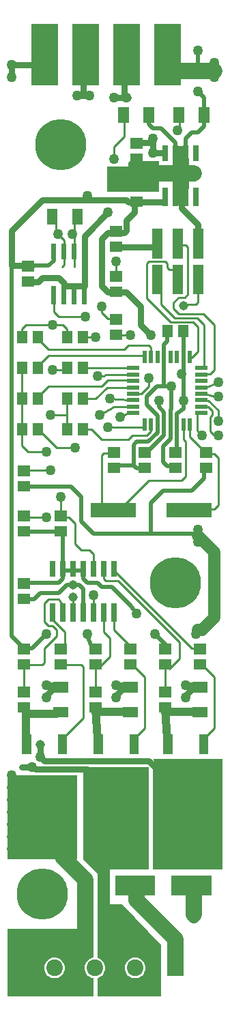
<source format=gbr>
G04 start of page 3 for group 1 idx 3 *
G04 Title: LED driver v. 0.1, front *
G04 Creator: pcb 1.99x *
G04 CreationDate: Sun Jul 26 20:33:58 2009 UTC *
G04 For: davidellsworth *
G04 Format: Gerber/RS-274X *
G04 PCB-Dimensions: 113000 481000 *
G04 PCB-Coordinate-Origin: lower left *
%MOIN*%
%FSLAX24Y24*%
%LNFRONT*%
%ADD11C,0.0200*%
%ADD12C,0.0300*%
%ADD13C,0.0800*%
%ADD14C,0.0600*%
%ADD15C,0.0400*%
%ADD16C,0.0100*%
%ADD17C,0.0812*%
%ADD18C,0.0500*%
%ADD19C,0.2500*%
%ADD20C,0.0450*%
%ADD21C,0.0512*%
%ADD22C,0.0250*%
%ADD23C,0.1250*%
%ADD24R,0.0512X0.0512*%
%ADD25R,0.0250X0.0250*%
%ADD26R,0.1300X0.1300*%
%ADD27R,0.0200X0.0200*%
%ADD28R,0.0500X0.0500*%
%ADD29R,0.2200X0.2200*%
%ADD30R,0.0450X0.0450*%
%ADD31R,0.0950X0.0950*%
%ADD32R,0.0700X0.0700*%
G54D12*X2000Y39400D02*X500Y37900D01*
G54D11*Y36200D02*X2300D01*
X2550Y36450D01*
Y36650D01*
G54D12*X500Y37900D02*Y36200D01*
X1500D01*
X5600Y34900D02*X6100D01*
X6800Y34200D01*
Y33300D01*
X7300Y32800D01*
X5200Y37800D02*X6000D01*
X6100Y37900D01*
Y38400D01*
X6500Y38800D02*Y39300D01*
X6100Y38400D02*X6500Y38800D01*
X6200Y39300D02*X6100Y39400D01*
X2000D01*
G54D11*X500Y18100D02*X1100Y17500D01*
X1200D02*X1500D01*
X2200Y18200D01*
X4200D02*Y18100D01*
X4400Y17600D01*
X7500Y18200D02*X8100Y17600D01*
X8887Y32960D02*X8877D01*
X8887Y31953D02*Y32960D01*
G54D12*X5600Y37100D02*X7500D01*
X5200Y37800D02*X4900Y37500D01*
Y35200D01*
X5200Y34900D01*
X5500D01*
X7900Y39300D02*X6200D01*
X6600Y42200D02*X7400D01*
Y41700D01*
X7900D01*
G54D11*X8572Y28246D02*Y27077D01*
X7942Y28246D02*Y27900D01*
X7039Y26996D01*
Y26977D01*
X8572Y27077D02*X8539D01*
X8572Y28646D02*Y28972D01*
X8900Y29200D01*
Y29600D01*
X7942Y28646D02*Y29057D01*
X7700Y29300D01*
Y29600D01*
X500Y18100D02*Y36200D01*
X8887Y31553D02*Y29600D01*
G54D11*G36*
X6300Y40432D02*Y41067D01*
X6304Y41066D01*
X6895D01*
X6912Y41068D01*
X6929Y41072D01*
X6945Y41080D01*
X6959Y41090D01*
X6971Y41102D01*
X6981Y41116D01*
X6989Y41132D01*
X6993Y41149D01*
X6995Y41167D01*
Y41300D01*
X7700D01*
Y39800D01*
X6992D01*
X6993Y39803D01*
X6995Y39821D01*
Y40333D01*
X6993Y40350D01*
X6989Y40367D01*
X6981Y40383D01*
X6971Y40397D01*
X6959Y40409D01*
X6945Y40419D01*
X6929Y40427D01*
X6912Y40431D01*
X6895Y40433D01*
X6304D01*
X6300Y40432D01*
G37*
G36*
X5150Y39800D02*Y41050D01*
X6900D01*
Y40432D01*
X6895Y40433D01*
X6304D01*
X6287Y40431D01*
X6270Y40427D01*
X6254Y40419D01*
X6240Y40409D01*
X6228Y40397D01*
X6218Y40383D01*
X6210Y40367D01*
X6206Y40350D01*
X6204Y40333D01*
Y39821D01*
X6206Y39803D01*
X6207Y39800D01*
X5150D01*
G37*
G54D14*X9600Y23000D02*X10400Y22200D01*
Y19100D01*
X9800Y18400D02*X9600D01*
X10400Y19000D02*X9800Y18400D01*
G54D11*X3000Y21200D02*Y20900D01*
X2800Y20700D01*
X1300D01*
X9500Y23100D02*X4500D01*
X6300Y19600D02*X6600Y19200D01*
X5400Y20500D02*X6300Y19600D01*
X4200Y20700D02*X4700D01*
X4900Y20500D01*
X4200Y20700D02*X4000Y20900D01*
Y21100D01*
X3900Y21300D02*X3000D01*
Y23100D02*Y21650D01*
X1000Y25400D02*X3400D01*
X3900Y24900D02*X3400Y25400D01*
X1100Y23200D02*X2700D01*
X3900Y23700D02*Y24900D01*
X4900Y20500D02*X5400D01*
X4500Y23100D02*X3900Y23700D01*
X7900Y25200D02*X9300D01*
X7300Y24600D02*X7900Y25200D01*
Y27392D02*Y26600D01*
X8100Y26400D01*
X8460D01*
Y26322D01*
X9960Y26300D02*Y26322D01*
X9900Y25800D02*Y26300D01*
X9300Y25200D02*X9900Y25800D01*
X7300Y23100D02*Y24600D01*
X8257Y28246D02*Y27750D01*
X7900Y27392D01*
X7627Y28196D02*Y28050D01*
X7177Y27600D02*X6600D01*
X6450Y27450D01*
Y26450D01*
X6600Y26300D01*
X7039D01*
Y26322D01*
X6450Y26450D02*X5539D01*
Y26322D01*
G54D13*X9400Y5800D02*Y4500D01*
G54D12*X9600Y38200D02*Y37900D01*
X8600Y39300D02*X8900D01*
X8800D02*Y39000D01*
X9600Y38200D01*
G54D11*X7627Y28050D02*X7177Y27600D01*
X7627Y28872D02*X7100Y29400D01*
Y29800D01*
X7600Y30300D01*
X8300Y30353D02*X8342D01*
X7600Y30300D02*X8300D01*
X7942D02*X7900D01*
X7627Y28646D02*Y28872D01*
X8257Y28646D02*Y29157D01*
X8300Y29200D01*
Y30300D01*
X7942Y31953D02*Y32342D01*
Y31553D02*Y30300D01*
Y32342D02*X8100Y32500D01*
Y32937D01*
X8122Y32960D01*
G54D12*X1300Y35400D02*X1800D01*
X2000Y35600D01*
X2800D01*
X3050Y35350D01*
Y35200D01*
X4050D01*
Y37650D01*
X5200Y38800D01*
G54D11*X7200Y43100D02*Y43400D01*
X7400Y42900D02*X7200Y43100D01*
X7800Y42900D02*X7400D01*
G54D12*X8600Y41900D02*X8900D01*
G54D11*X9000Y42400D02*Y42050D01*
X8500Y42000D02*Y42200D01*
X9900Y43400D02*Y43000D01*
X9600Y42700D01*
X9300D01*
X9000Y42400D01*
X9900Y43900D02*Y44400D01*
X9600Y44700D01*
X8500Y42200D02*X7800Y42900D01*
X6300Y40350D02*X6950D01*
G54D13*X9400Y40700D02*X7600D01*
G54D11*X6300Y40400D02*X7000D01*
G54D12*X8500Y40000D02*Y41400D01*
X9000D02*Y40000D01*
X8700Y41300D02*Y40000D01*
X8800D01*
Y41300D01*
X8700Y41900D02*Y39300D01*
X8900Y41900D02*Y39300D01*
G54D11*X7100Y41200D02*X6300D01*
Y39900D01*
X6900D02*Y40300D01*
X6300Y41100D02*X7000D01*
X6150Y39900D02*X7100D01*
X6300Y41150D02*X7000D01*
G54D11*G36*
X4700Y3400D02*Y7200D01*
X5300D01*
Y3400D01*
X4700D01*
G37*
G36*
Y500D02*Y1415D01*
X4736Y1424D01*
X4816Y1461D01*
X4888Y1512D01*
X4950Y1574D01*
X5001Y1647D01*
X5038Y1727D01*
X5061Y1812D01*
X5068Y1900D01*
X5061Y1987D01*
X5038Y2073D01*
X5001Y2153D01*
X4950Y2225D01*
X4888Y2287D01*
X4816Y2338D01*
X4736Y2375D01*
X4700Y2385D01*
Y5000D01*
X5900D01*
X6531Y4335D01*
Y2405D01*
X6443Y2398D01*
X6358Y2375D01*
X6278Y2338D01*
X6206Y2287D01*
X6144Y2225D01*
X6093Y2153D01*
X6056Y2073D01*
X6033Y1987D01*
X6025Y1900D01*
X6033Y1812D01*
X6056Y1727D01*
X6093Y1647D01*
X6144Y1574D01*
X6206Y1512D01*
X6278Y1461D01*
X6358Y1424D01*
X6443Y1401D01*
X6531Y1394D01*
Y500D01*
X4700D01*
G37*
G36*
X6531Y4335D02*X7800Y3000D01*
Y500D01*
X6531D01*
Y1394D01*
X6619Y1401D01*
X6704Y1424D01*
X6784Y1461D01*
X6856Y1512D01*
X6919Y1574D01*
X6969Y1647D01*
X7006Y1727D01*
X7029Y1812D01*
X7037Y1900D01*
X7029Y1987D01*
X7006Y2073D01*
X6969Y2153D01*
X6919Y2225D01*
X6856Y2287D01*
X6784Y2338D01*
X6704Y2375D01*
X6619Y2398D01*
X6531Y2405D01*
Y4335D01*
G37*
G36*
X300Y500D02*Y3800D01*
X2594D01*
Y2405D01*
X2506Y2398D01*
X2421Y2375D01*
X2341Y2338D01*
X2269Y2287D01*
X2207Y2225D01*
X2156Y2153D01*
X2119Y2073D01*
X2096Y1987D01*
X2088Y1900D01*
X2096Y1812D01*
X2119Y1727D01*
X2156Y1647D01*
X2207Y1574D01*
X2269Y1512D01*
X2341Y1461D01*
X2421Y1424D01*
X2506Y1401D01*
X2594Y1394D01*
Y500D01*
X300D01*
G37*
G36*
X2594Y3800D02*X4500D01*
Y2400D01*
X4475Y2398D01*
X4390Y2375D01*
X4310Y2338D01*
X4237Y2287D01*
X4175Y2225D01*
X4124Y2153D01*
X4087Y2073D01*
X4064Y1987D01*
X4057Y1900D01*
X4064Y1812D01*
X4087Y1727D01*
X4124Y1647D01*
X4175Y1574D01*
X4237Y1512D01*
X4310Y1461D01*
X4390Y1424D01*
X4475Y1401D01*
X4500Y1399D01*
Y500D01*
X2594D01*
Y1394D01*
X2682Y1401D01*
X2767Y1424D01*
X2847Y1461D01*
X2919Y1512D01*
X2982Y1574D01*
X3032Y1647D01*
X3069Y1727D01*
X3092Y1812D01*
X3100Y1900D01*
X3092Y1987D01*
X3069Y2073D01*
X3032Y2153D01*
X2982Y2225D01*
X2919Y2287D01*
X2847Y2338D01*
X2767Y2375D01*
X2682Y2398D01*
X2594Y2405D01*
Y3800D01*
G37*
G36*
X3700Y2500D02*Y4600D01*
X4500D01*
Y2500D01*
X3700D01*
G37*
G36*
X4000Y7200D02*X4800D01*
Y6400D01*
X4000Y7200D01*
G37*
G36*
Y11700D01*
X5600D01*
Y11400D01*
X4500D01*
X4482Y11398D01*
X4465Y11394D01*
X4450Y11386D01*
X4435Y11376D01*
X4423Y11364D01*
X4413Y11350D01*
X4406Y11334D01*
X4401Y11317D01*
X4400Y11300D01*
Y8400D01*
X4401Y8382D01*
X4406Y8365D01*
X4413Y8350D01*
X4423Y8335D01*
X4435Y8323D01*
X4450Y8313D01*
X4465Y8306D01*
X4482Y8301D01*
X4500Y8300D01*
X5600D01*
Y6700D01*
X4500D01*
X4000Y7200D01*
G37*
G36*
X5600Y11700D02*X7200D01*
Y6700D01*
X5600D01*
Y8300D01*
X6700D01*
X6717Y8301D01*
X6734Y8306D01*
X6750Y8313D01*
X6764Y8323D01*
X6776Y8335D01*
X6786Y8350D01*
X6794Y8365D01*
X6798Y8382D01*
X6800Y8400D01*
Y11300D01*
X6798Y11317D01*
X6794Y11334D01*
X6786Y11350D01*
X6776Y11364D01*
X6764Y11376D01*
X6750Y11386D01*
X6734Y11394D01*
X6717Y11398D01*
X6700Y11400D01*
X5600D01*
Y11700D01*
G37*
G36*
X300Y7200D02*Y11300D01*
X900D01*
Y8400D01*
X901Y8382D01*
X906Y8365D01*
X913Y8350D01*
X923Y8335D01*
X935Y8323D01*
X950Y8313D01*
X965Y8306D01*
X982Y8301D01*
X1000Y8300D01*
X3200D01*
X3217Y8301D01*
X3234Y8306D01*
X3250Y8313D01*
X3264Y8323D01*
X3276Y8335D01*
X3286Y8350D01*
X3294Y8365D01*
X3298Y8382D01*
X3300Y8400D01*
Y11300D01*
X3700D01*
Y7200D01*
X300D01*
G37*
G36*
X800Y11200D02*Y11300D01*
X900D01*
Y11200D01*
X800D01*
G37*
G36*
X7400Y6700D02*Y11851D01*
X7416Y11874D01*
X7435Y11914D01*
X7446Y11956D01*
X7450Y12000D01*
X7446Y12043D01*
X7435Y12085D01*
X7428Y12100D01*
X9000D01*
Y11400D01*
X7900D01*
X7882Y11398D01*
X7865Y11394D01*
X7850Y11386D01*
X7835Y11376D01*
X7823Y11364D01*
X7813Y11350D01*
X7806Y11334D01*
X7801Y11317D01*
X7800Y11300D01*
Y8400D01*
X7801Y8382D01*
X7806Y8365D01*
X7813Y8350D01*
X7823Y8335D01*
X7835Y8323D01*
X7850Y8313D01*
X7865Y8306D01*
X7882Y8301D01*
X7900Y8300D01*
X9000D01*
Y6700D01*
X7400D01*
G37*
G36*
X9000Y12100D02*X10800D01*
Y6700D01*
X9000D01*
Y8300D01*
X10100D01*
X10117Y8301D01*
X10134Y8306D01*
X10150Y8313D01*
X10164Y8323D01*
X10176Y8335D01*
X10186Y8350D01*
X10194Y8365D01*
X10198Y8382D01*
X10200Y8400D01*
Y11300D01*
X10198Y11317D01*
X10194Y11334D01*
X10186Y11350D01*
X10176Y11364D01*
X10164Y11376D01*
X10150Y11386D01*
X10134Y11394D01*
X10117Y11398D01*
X10100Y11400D01*
X9000D01*
Y12100D01*
G37*
G54D12*X2200Y15200D02*X2600Y15600D01*
G54D16*X4600Y16700D02*Y15400D01*
X3900Y16700D02*X4000Y16600D01*
G54D12*X2200Y15700D02*X2600D01*
G54D16*X2900Y16700D02*X3900D01*
X8000D02*Y15500D01*
X1200Y16700D02*X2000D01*
G54D12*X9000Y15200D02*X9400Y15600D01*
X5600Y15700D02*X6000D01*
X5600Y15200D02*X6000Y15600D01*
G54D16*X6400Y16700D02*X7000Y16100D01*
X5500Y18900D02*Y18400D01*
X6300Y17600D01*
X5000Y19000D02*Y18300D01*
X5300Y18000D01*
X2700Y18400D02*X2500Y18600D01*
X2100Y17500D02*Y16800D01*
X2000Y16700D01*
X5300Y18000D02*Y17100D01*
X4800Y16600D01*
X8700Y17800D02*Y17000D01*
X9700Y17500D02*X9300D01*
X2700Y18400D02*Y18100D01*
X2100Y17500D01*
X3100Y18300D02*Y17700D01*
X2500Y18900D02*X3100Y18300D01*
X2100Y19700D02*Y18800D01*
X2300Y18600D01*
X2500D02*X2300D01*
X3000Y19600D02*X2800Y19900D01*
X2300D01*
G54D11*X2800Y20200D02*X3200Y20600D01*
X1900Y20200D02*X2800D01*
X3800Y20600D02*X4000Y20400D01*
Y19700D02*Y20400D01*
X3800Y20600D02*X3200D01*
G54D16*X3500Y20000D02*Y19600D01*
X4500Y20100D02*Y19600D01*
X5000Y20900D02*Y21100D01*
Y20900D02*X5100Y20800D01*
X9300Y17500D02*X5500Y21300D01*
X8700Y17800D02*X5700Y20800D01*
X5100D01*
G54D11*X1100Y19900D02*X1600D01*
G54D16*X2300D02*X2100Y19700D01*
G54D11*X1600Y19900D02*X1900Y20200D01*
G54D16*X2200Y23900D02*X1200D01*
X3000D02*X3300D01*
X3600Y23600D01*
Y22600D01*
X3900Y22300D01*
X4300D01*
X4500Y22100D01*
Y21600D01*
G54D12*X4200Y11600D02*X4700Y11100D01*
X4400Y8200D02*Y11400D01*
X6800D01*
X6700Y11300D01*
G54D16*X7000Y13600D02*X6600Y13200D01*
G54D13*Y5200D02*Y5700D01*
G54D12*X6700Y11300D02*Y8300D01*
X4600D01*
G54D13*X4100Y6200D02*Y4500D01*
G54D15*X7900Y11400D02*Y8400D01*
G54D13*X6600Y5200D02*X8500Y3300D01*
Y1900D01*
G54D15*X8125Y13075D02*X8100Y13100D01*
X8000Y14500D01*
X8200Y14400D01*
X9600D01*
G54D16*X10400Y13600D02*X10000Y13200D01*
X9800Y16700D02*X10400Y16100D01*
Y13600D01*
X8700Y17000D02*X8200Y16500D01*
G54D12*X9000Y15700D02*X9400D01*
G54D15*X7900Y8400D02*X10100D01*
Y11300D01*
X8000D01*
G54D12*X2100Y12000D02*X1900Y12200D01*
X1000Y11700D02*X1500D01*
X1700Y11600D01*
X1900Y12200D02*Y12800D01*
X1700Y11600D02*X4200D01*
X500Y10800D02*X1300D01*
G54D15*X500Y11100D02*X1100D01*
X1000D02*Y8600D01*
G54D16*X1100Y16600D02*Y15500D01*
G54D15*X1200Y13200D02*Y14500D01*
G54D16*X4000Y16600D02*Y14100D01*
G54D15*X3100Y11100D02*X3400D01*
G54D13*X3000Y7300D02*X4100Y6200D01*
G54D12*X3200Y11100D02*Y8400D01*
X900D01*
G54D16*X7000Y16100D02*Y13600D01*
X4000Y14100D02*X3100Y13200D01*
G54D15*X4700Y13100D02*X4600Y14500D01*
X6200Y14400D02*X4800D01*
X2700Y14300D02*X1300D01*
G54D12*X2100Y12000D02*X7200D01*
X8000Y11200D01*
G54D16*X8100Y36300D02*Y36100D01*
X8200Y36000D01*
X8500D01*
X7100Y34600D02*Y36300D01*
X7200Y36400D02*X8000D01*
X7100Y36300D02*X7200Y36400D01*
X8000D02*X8100Y36300D01*
X5600Y35700D02*Y36400D01*
X8950Y34650D02*X9100Y34800D01*
Y37100D01*
X9000Y37200D01*
X8700D01*
X3550Y36150D02*Y36650D01*
X3050D02*Y36250D01*
X2950Y36150D01*
X3550Y37150D02*Y38350D01*
X3600Y38400D01*
X2650Y38300D02*Y37850D01*
X3050Y37450D01*
Y37150D01*
G54D12*X4000Y44500D02*Y45200D01*
X6000Y44400D02*Y45200D01*
X5600Y44400D02*X6200D01*
X500Y45400D02*Y46000D01*
X3700Y44500D02*X4300D01*
X500Y46000D02*X1700D01*
G54D11*X9600Y46700D02*Y45900D01*
G54D13*X10400Y45700D02*X8500D01*
G54D16*X8700Y43400D02*Y42800D01*
X5900Y43400D02*X6000Y43300D01*
Y42500D01*
X5500Y42000D01*
Y41400D01*
X8450Y33650D02*X7800Y34300D01*
X8400Y34100D02*Y34400D01*
X7800Y34300D02*Y34900D01*
X8250Y33450D02*X7100Y34600D01*
X8400Y34400D02*X8650Y34650D01*
X8950D01*
X8650Y33850D02*X8400Y34100D01*
X9350Y33450D02*X8250D01*
X9550Y33650D02*X8450D01*
X8900Y34300D02*X9500D01*
X9850Y33850D02*X8650D01*
X9900Y33300D02*X9550Y33650D01*
X9600Y34400D02*Y35000D01*
X9500Y34300D02*X9600Y34400D01*
X4100Y33700D02*X2800D01*
X5500Y33600D02*X5200D01*
X4900Y33900D01*
Y34200D01*
X2800Y33700D02*X2550Y33950D01*
Y34450D01*
X5433Y27050D02*X5000D01*
X5460Y27077D02*X5433Y27050D01*
X5000D02*X4900Y26950D01*
Y24500D01*
X7200Y25700D02*X6000Y24500D01*
X2200Y27100D02*X1300D01*
X4400Y28200D02*X4000D01*
X4900Y27700D02*X4400Y28200D01*
X3600Y27300D02*X2700D01*
X1800Y28200D01*
X1300Y27100D02*X1000Y27400D01*
Y31100D01*
X2400Y26200D02*X1100D01*
X2900Y24900D02*Y24100D01*
X3200Y29700D02*Y28300D01*
X2400Y28900D02*X3200D01*
X4900Y30300D02*X2300D01*
X1900Y29900D01*
X4000Y29700D02*X4600D01*
X5000Y30800D02*X4700D01*
X2500Y31100D02*X3200D01*
X5000Y30800D02*X5087Y30887D01*
X4600Y29700D02*X5157Y30257D01*
X5500Y29300D02*X4800Y28900D01*
X7000Y28300D02*X5200D01*
X5800Y28800D02*X6200Y29000D01*
Y27700D02*X6400Y27900D01*
X7100D01*
X4900Y27700D02*X6200D01*
X6842Y29942D02*X7200Y30300D01*
X5087Y30887D02*X6246D01*
X6646Y29942D02*X6842D01*
X5157Y30257D02*X6246D01*
Y29312D02*X6233Y29300D01*
X5500D01*
X6246Y29627D02*X5300Y29700D01*
X10600Y26800D02*Y24500D01*
X10400Y24300D01*
X10100D01*
X7200Y30300D02*Y30700D01*
X7300Y28300D02*Y28100D01*
X7100Y27900D01*
X8900Y28300D02*Y27700D01*
X9000Y27600D01*
X8800Y25700D02*X7200D01*
X9728Y27077D02*X9960D01*
X10000Y27100D02*X10100Y27000D01*
X10400D01*
X10037D02*X9202Y27835D01*
X10200Y28100D02*X10400Y27900D01*
X10600D01*
X10400Y27000D02*X10600Y26800D01*
X9000Y27600D02*Y25900D01*
X8800Y25700D01*
X9202Y28246D02*Y27835D01*
X9553Y28997D02*Y28146D01*
X9800Y27900D01*
X9953Y29312D02*X10087D01*
X9953Y29627D02*X9981Y29600D01*
X10100D01*
X10087Y29312D02*X10300Y29100D01*
X10100Y29600D02*X10600Y29150D01*
X9953Y29942D02*X10600Y29750D01*
Y29150D02*Y28600D01*
X10400D02*X10600D01*
X10300Y29100D02*Y28900D01*
X10200Y28800D01*
Y28100D01*
X3200Y33100D02*Y32800D01*
X3000Y33300D02*X3200Y33100D01*
X1200Y33300D02*X3000D01*
X2300Y31800D02*X1800Y31300D01*
X2300Y32100D02*X1800Y32600D01*
X1000Y32700D02*Y33100D01*
X1200Y33300D01*
X4600Y32700D02*X4000D01*
X6200Y32300D02*X6000Y32100D01*
X6300Y32800D02*X5700D01*
X7300Y32000D02*Y32200D01*
X7200Y32300D01*
X6200D01*
X7000Y31800D02*X2300D01*
X6200Y30600D02*X5200D01*
X4900Y30300D01*
X6246Y31202D02*X4000Y31200D01*
X6000Y32100D02*X2300D01*
X9953Y30257D02*X10600Y30500D01*
X9953Y31202D02*X9950Y31206D01*
X10000Y30900D02*X10200D01*
X10400Y31100D01*
Y32900D01*
X9900Y31200D02*Y33300D01*
X9850Y33850D02*X10400Y33300D01*
Y32800D01*
X9350Y33450D02*X9600Y33200D01*
Y32000D01*
X9300Y31700D01*
G54D11*G36*
X8094Y2305D02*Y1494D01*
X8905D01*
Y2305D01*
X8094D01*
G37*
G54D17*X6531Y1900D03*
X4563D03*
X2594D03*
G54D18*X9400Y4900D03*
Y4300D03*
X7700Y11800D03*
X8400D03*
X9600Y22700D03*
Y23300D03*
X6600Y19200D03*
X9000Y15100D03*
X7500Y18200D03*
X9000Y15700D03*
X5600D03*
Y15100D03*
X2200Y15700D03*
Y15100D03*
G54D19*X8500Y20700D03*
G54D18*X4200Y18200D03*
X2200D03*
G54D20*X3500Y20600D03*
Y20000D03*
G54D18*X4500Y20100D03*
X9500Y18200D03*
X8300Y30300D03*
X7700Y29600D03*
X8900D03*
X5800Y28800D03*
X5300Y29700D03*
X5200Y28300D03*
X2200Y23900D03*
X2400Y28900D03*
X2200Y27100D03*
X2400Y26200D03*
X2900Y24900D03*
X3600Y27300D03*
X7200Y30700D03*
X4700Y30800D03*
X2500Y31100D03*
X8800Y30900D03*
X500Y11300D03*
Y10700D03*
Y10100D03*
Y9500D03*
G54D20*X1900Y12800D03*
G54D18*X1500Y11700D03*
X1900Y12200D03*
X500Y8900D03*
Y8300D03*
G54D19*X2000Y5500D03*
G54D18*X2300Y7700D03*
X1700D03*
X1100D03*
X500D03*
X4700D03*
X5300D03*
Y7100D03*
X5900D03*
X6500D03*
X7800D03*
X8400D03*
X5900Y7700D03*
X6500D03*
X7800D03*
X8400D03*
X10400Y45400D03*
Y46100D03*
X500Y45400D03*
Y46000D03*
G54D19*X2900Y42100D03*
G54D18*X4300Y44500D03*
X3700D03*
X8900Y40700D03*
X9500D03*
X8300D03*
X7700D03*
X5500Y44400D03*
X8600Y42800D03*
X6100Y44400D03*
X7400Y42400D03*
Y41700D03*
X5500Y41400D03*
G54D20*X8900Y34250D03*
G54D18*X6300Y32800D03*
X7300D03*
X2500Y33300D03*
X4600Y32700D03*
X4900Y34200D03*
X4100Y33700D03*
X2750Y37750D03*
X5200Y38800D03*
X5600Y36400D03*
X3450Y37750D03*
G54D24*X3222Y32739D02*Y32660D01*
X1022Y32739D02*Y32660D01*
X1777Y32739D02*Y32660D01*
X2484Y38718D02*Y38481D01*
X5560Y34922D02*X5639D01*
X5560Y35677D02*X5639D01*
X5560Y37122D02*X5639D01*
X5560Y37877D02*X5639D01*
G54D25*X2550Y37150D02*Y36650D01*
Y35100D02*Y34450D01*
X3050Y37150D02*Y36650D01*
Y35100D02*Y34450D01*
X3550Y35100D02*Y34450D01*
X4050Y35100D02*Y34450D01*
X3550Y37150D02*Y36650D01*
X4050Y37150D02*Y36650D01*
G54D24*X1260Y36177D02*X1339D01*
X1260Y35422D02*X1339D01*
X3715Y38718D02*Y38481D01*
G54D18*X4200Y39600D03*
G54D24*X6560Y39322D02*X6639D01*
X6560Y40077D02*X6639D01*
X6560Y42177D02*X6639D01*
X5967Y43684D02*Y43448D01*
X7198Y43684D02*Y43448D01*
X6560Y41422D02*X6639D01*
G54D25*X8000Y41950D02*Y41450D01*
X8500Y41950D02*Y41450D01*
X9000Y41950D02*Y41450D01*
X9500Y41950D02*Y41450D01*
G54D26*X8100Y47350D02*Y45650D01*
X6100Y47350D02*Y45650D01*
X4100Y47350D02*Y45650D01*
X2100Y47350D02*Y45650D01*
G54D24*X8667Y43684D02*Y43448D01*
G54D25*X8500Y39900D02*Y39250D01*
X9000Y39900D02*Y39250D01*
X9500Y39900D02*Y39250D01*
X8000Y39900D02*Y39250D01*
G54D24*X9898Y43684D02*Y43448D01*
G54D18*X9600Y46700D03*
Y44700D03*
G54D24*X3977Y32739D02*Y32660D01*
X5560Y32822D02*X5639D01*
X5560Y33577D02*X5639D01*
X1022Y29739D02*Y29660D01*
X1777Y29739D02*Y29660D01*
X1022Y31239D02*Y31160D01*
X1777Y31239D02*Y31160D01*
G54D18*X4800Y28900D03*
G54D24*X3222Y29739D02*Y29660D01*
X3977Y29739D02*Y29660D01*
X3222Y31239D02*Y31160D01*
X3977Y31239D02*Y31160D01*
X8877Y33039D02*Y32960D01*
X8122Y33039D02*Y32960D01*
G54D27*X9202Y31953D02*Y31553D01*
X8887Y31953D02*Y31553D01*
X8572Y31953D02*Y31553D01*
X8257Y31953D02*Y31553D01*
X7942Y31953D02*Y31553D01*
X7627Y31953D02*Y31553D01*
X7312Y31953D02*Y31553D01*
G54D28*X7600Y36000D02*Y35050D01*
X8600Y36000D02*Y35050D01*
X9600Y36000D02*Y35050D01*
X7600Y37750D02*Y36800D01*
X8600Y37750D02*Y36800D01*
X9600Y37750D02*Y36800D01*
G54D27*X9553Y28997D02*X9953D01*
X9553Y29312D02*X9953D01*
X9553Y29627D02*X9953D01*
X9553Y29942D02*X9953D01*
X9553Y30257D02*X9953D01*
X9553Y30572D02*X9953D01*
X9553Y30887D02*X9953D01*
X9553Y31202D02*X9953D01*
G54D18*X10600Y30500D03*
Y29800D03*
G54D27*X6997Y31953D02*Y31553D01*
X6246Y31202D02*X6646D01*
X6246Y30887D02*X6646D01*
X6246Y30572D02*X6646D01*
X6246Y30257D02*X6646D01*
X6246Y29942D02*X6646D01*
X6246Y29627D02*X6646D01*
X6246Y29312D02*X6646D01*
X6246Y28997D02*X6646D01*
G54D25*X2500Y21650D02*Y21150D01*
X3000Y21650D02*Y21150D01*
X3500Y21650D02*Y21150D01*
X4000Y21650D02*Y21150D01*
X4500Y21650D02*Y21150D01*
X5000Y21650D02*Y21150D01*
X4000Y19600D02*Y18950D01*
X3500Y19600D02*Y18950D01*
X3000Y19600D02*Y18950D01*
X2500Y19600D02*Y18950D01*
G54D24*X1060Y19922D02*X1139D01*
X1060Y20677D02*X1139D01*
G54D29*X9000Y10200D02*Y9500D01*
G54D30*X9875Y13075D02*Y12575D01*
X8125Y13075D02*Y12575D01*
G54D31*X6025Y5925D02*X7025D01*
X8775D02*X9775D01*
G54D29*X5600Y10200D02*Y9500D01*
X2100Y10200D02*Y9500D01*
G54D30*X6475Y13075D02*Y12575D01*
X4725Y13075D02*Y12575D01*
X2975Y13075D02*Y12575D01*
X1225Y13075D02*Y12575D01*
G54D25*X5500Y21650D02*Y21150D01*
G54D24*X6960Y27077D02*X7039D01*
X6960Y26322D02*X7039D01*
X5460D02*X5539D01*
X5460Y27077D02*X5539D01*
X1060Y23222D02*X1139D01*
X1060Y23977D02*X1139D01*
X1022Y28239D02*Y28160D01*
X1060Y25422D02*X1139D01*
X1060Y26177D02*X1139D01*
X2860Y23222D02*X2939D01*
X2860Y23977D02*X2939D01*
G54D32*X4700Y24250D02*X6200D01*
G54D25*X5500Y19600D02*Y18950D01*
X5000Y19600D02*Y18950D01*
X4500Y19600D02*Y18950D01*
G54D24*X4560Y16722D02*X4639D01*
X4560Y17477D02*X4639D01*
X6260Y16722D02*X6339D01*
X6260Y17477D02*X6339D01*
X7960Y16722D02*X8039D01*
X7960Y17477D02*X8039D01*
X9660Y16722D02*X9739D01*
X9660Y17477D02*X9739D01*
X2860Y16722D02*X2939D01*
X2860Y17477D02*X2939D01*
X2781Y15615D02*X3018D01*
X2781Y14384D02*X3018D01*
X1060Y14622D02*X1139D01*
X1060Y15377D02*X1139D01*
X1060Y16722D02*X1139D01*
X1060Y17477D02*X1139D01*
X7960Y14622D02*X8039D01*
X9581Y14384D02*X9818D01*
X6181D02*X6418D01*
X4560Y14622D02*X4639D01*
X7960Y15377D02*X8039D01*
X9581Y15615D02*X9818D01*
X6181D02*X6418D01*
X4560Y15377D02*X4639D01*
X1777Y28239D02*Y28160D01*
X3222Y28239D02*Y28160D01*
X3977Y28239D02*Y28160D01*
G54D27*X6997Y28646D02*Y28246D01*
X7312Y28646D02*Y28246D01*
X7627Y28646D02*Y28246D01*
X7942Y28646D02*Y28246D01*
X8257Y28646D02*Y28246D01*
X8572Y28646D02*Y28246D01*
X8887Y28646D02*Y28246D01*
G54D24*X8460Y27077D02*X8539D01*
X9960Y26322D02*X10039D01*
X9960Y27077D02*X10039D01*
G54D18*X9800Y27900D03*
G54D27*X9202Y28646D02*Y28246D01*
G54D24*X8460Y26322D02*X8539D01*
G54D32*X8400Y24250D02*X9900D01*
G54D18*X10600Y27900D03*
Y28600D03*
G54D21*G54D22*G54D23*G54D22*G54D11*G54D22*G54D11*G54D22*G54D23*G54D22*G54D23*G54D22*G54D11*G54D22*M02*

</source>
